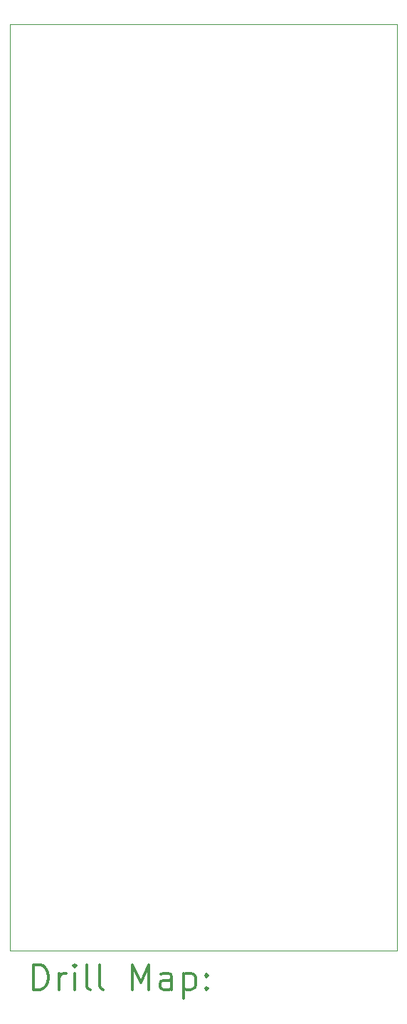
<source format=gbr>
%FSLAX45Y45*%
G04 Gerber Fmt 4.5, Leading zero omitted, Abs format (unit mm)*
G04 Created by KiCad (PCBNEW (5.1.2)-1) date 2019-06-10 14:27:45*
%MOMM*%
%LPD*%
G04 APERTURE LIST*
%ADD10C,0.100000*%
%ADD11C,0.200000*%
%ADD12C,0.300000*%
G04 APERTURE END LIST*
D10*
X9500000Y-17500000D02*
X4900000Y-17500000D01*
X9500000Y-6500000D02*
X9500000Y-17500000D01*
X4900000Y-6500000D02*
X9500000Y-6500000D01*
X4900000Y-17500000D02*
X4900000Y-6500000D01*
D11*
D12*
X5181428Y-17970714D02*
X5181428Y-17670714D01*
X5252857Y-17670714D01*
X5295714Y-17685000D01*
X5324286Y-17713572D01*
X5338571Y-17742143D01*
X5352857Y-17799286D01*
X5352857Y-17842143D01*
X5338571Y-17899286D01*
X5324286Y-17927857D01*
X5295714Y-17956429D01*
X5252857Y-17970714D01*
X5181428Y-17970714D01*
X5481428Y-17970714D02*
X5481428Y-17770714D01*
X5481428Y-17827857D02*
X5495714Y-17799286D01*
X5510000Y-17785000D01*
X5538571Y-17770714D01*
X5567143Y-17770714D01*
X5667143Y-17970714D02*
X5667143Y-17770714D01*
X5667143Y-17670714D02*
X5652857Y-17685000D01*
X5667143Y-17699286D01*
X5681428Y-17685000D01*
X5667143Y-17670714D01*
X5667143Y-17699286D01*
X5852857Y-17970714D02*
X5824286Y-17956429D01*
X5810000Y-17927857D01*
X5810000Y-17670714D01*
X6010000Y-17970714D02*
X5981428Y-17956429D01*
X5967143Y-17927857D01*
X5967143Y-17670714D01*
X6352857Y-17970714D02*
X6352857Y-17670714D01*
X6452857Y-17885000D01*
X6552857Y-17670714D01*
X6552857Y-17970714D01*
X6824286Y-17970714D02*
X6824286Y-17813572D01*
X6810000Y-17785000D01*
X6781428Y-17770714D01*
X6724286Y-17770714D01*
X6695714Y-17785000D01*
X6824286Y-17956429D02*
X6795714Y-17970714D01*
X6724286Y-17970714D01*
X6695714Y-17956429D01*
X6681428Y-17927857D01*
X6681428Y-17899286D01*
X6695714Y-17870714D01*
X6724286Y-17856429D01*
X6795714Y-17856429D01*
X6824286Y-17842143D01*
X6967143Y-17770714D02*
X6967143Y-18070714D01*
X6967143Y-17785000D02*
X6995714Y-17770714D01*
X7052857Y-17770714D01*
X7081428Y-17785000D01*
X7095714Y-17799286D01*
X7110000Y-17827857D01*
X7110000Y-17913572D01*
X7095714Y-17942143D01*
X7081428Y-17956429D01*
X7052857Y-17970714D01*
X6995714Y-17970714D01*
X6967143Y-17956429D01*
X7238571Y-17942143D02*
X7252857Y-17956429D01*
X7238571Y-17970714D01*
X7224286Y-17956429D01*
X7238571Y-17942143D01*
X7238571Y-17970714D01*
X7238571Y-17785000D02*
X7252857Y-17799286D01*
X7238571Y-17813572D01*
X7224286Y-17799286D01*
X7238571Y-17785000D01*
X7238571Y-17813572D01*
M02*

</source>
